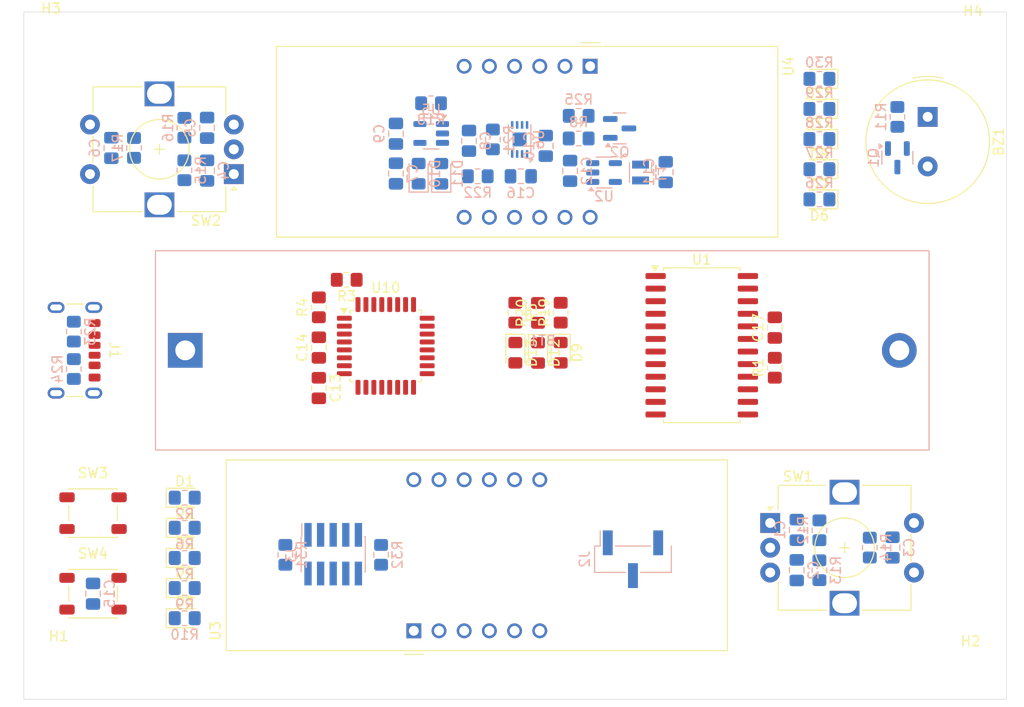
<source format=kicad_pcb>
(kicad_pcb (version 20240108) (generator "pcbnew") (generator_version "8.0")
  (layers (0 "F.Cu" signal) (31 "B.Cu" signal) (34 "B.Paste" user) (35 "F.Paste" user) (36 "B.SilkS" user "B.Silkscreen") (37 "F.SilkS" user "F.Silkscreen") (38 "B.Mask" user) (39 "F.Mask" user) (44 "Edge.Cuts" user))
  (net 0 "")
  (net 1 "/Power/VBAT")
  (net 2 "GND")
  (net 3 "VCC")
  (net 4 "Net-(BZ1--)")
  (net 5 "/Encoder1/A")
  (net 6 "/Encoder1/B")
  (net 7 "/Encoder1/BTN")
  (net 8 "/Encoder2/A")
  (net 9 "/Encoder2/B")
  (net 10 "/Encoder2/BTN")
  (net 11 "/Power/VIN")
  (net 12 "VBUS")
  (net 13 "Net-(U6-CELL)")
  (net 14 "/Controller/~{RST}")
  (net 15 "/Status1/Status.A")
  (net 16 "Net-(D1-K)")
  (net 17 "/Status1/Status.B")
  (net 18 "Net-(D2-K)")
  (net 19 "/Status1/Status.C")
  (net 20 "Net-(D3-K)")
  (net 21 "Net-(D4-K)")
  (net 22 "/Status1/Status.D")
  (net 23 "/Status1/Status.E")
  (net 24 "Net-(D5-K)")
  (net 25 "Net-(D6-K)")
  (net 26 "/Status2/Status.A")
  (net 27 "/Status2/Status.B")
  (net 28 "Net-(D7-K)")
  (net 29 "Net-(D8-K)")
  (net 30 "/Status2/Status.C")
  (net 31 "Net-(D9-K)")
  (net 32 "Net-(D12-K)")
  (net 33 "/Controller/Heartbeat")
  (net 34 "Net-(D13-K)")
  (net 35 "Net-(D14-K)")
  (net 36 "/Status2/Status.D")
  (net 37 "Net-(D15-K)")
  (net 38 "/Status2/Status.E")
  (net 39 "Net-(J1-CC1)")
  (net 42 "Net-(J1-CC2)")
  (net 45 "/Controller/UART1.RX")
  (net 46 "/Controller/UART1.TX")
  (net 48 "/Controller/Debug.SWDIO")
  (net 51 "/Controller/Debug.SWCLK")
  (net 52 "Net-(U2-SW)")
  (net 53 "Net-(Q1-B)")
  (net 54 "Net-(Q2-E)")
  (net 55 "/Controller/PWR_Ctrl")
  (net 56 "Net-(U1-ISET)")
  (net 57 "/Power/SCL")
  (net 58 "/Power/SDA")
  (net 59 "/Buzzer/Buzz")
  (net 60 "Net-(U5-PROG)")
  (net 61 "Net-(U5-STAT)")
  (net 62 "/Controller/PWR_OK")
  (net 67 "/Display/Data")
  (net 68 "/Display/SEG_B")
  (net 69 "/Display/SEG_E")
  (net 71 "/Display/SEG_D")
  (net 72 "/Display/Digit1_3")
  (net 73 "/Display/SEG_F")
  (net 74 "/Display/Digit2_4")
  (net 75 "/Display/Digit1_2")
  (net 76 "/Display/Digit1_4")
  (net 77 "/Display/CLK")
  (net 78 "/Display/Digit2_2")
  (net 79 "/Display/SEG_DP")
  (net 80 "/Display/SEG_A")
  (net 81 "/Display/Digit2_1")
  (net 82 "/Display/Digit1_1")
  (net 83 "/Display/SEG_G")
  (net 84 "/Display/Digit2_3")
  (net 85 "/Display/~{CS}")
  (net 86 "/Display/SEG_C")
  (net 87 "/Status2/B")
  (net 88 "/Status2/E")
  (net 89 "/Status1/A")
  (net 90 "/Status2/D")
  (net 91 "/Status1/C")
  (net 92 "/Status1/B")
  (net 93 "/Status1/E")
  (net 94 "/Status2/C")
  (net 95 "/Status2/A")
  (net 96 "/Status1/D")
  (footprint "LED_SMD:LED_0805_2012Metric_Pad1.15x1.40mm_HandSolder" (layer "F.Cu") (at 67.072 128.4135)
    (property "Reference" "D1" (at 0 -1.65 0) (layer "F.SilkS"))
    (property "Value" "A")
    (pad "1" smd roundrect (at -1.025 0) (size 1.15 1.4) (layers "F.Cu" "F.Paste" "F.Mask") (roundrect_rratio 0.217391) (net 16 "Net-(D1-K)"))
    (pad "2" smd roundrect (at 1.025 0) (size 1.15 1.4) (layers "F.Cu" "F.Paste" "F.Mask") (roundrect_rratio 0.217391) (net 15 "/Status1/Status.A"))
  )
  (footprint "Capacitor_SMD:C_0805_2012Metric_Pad1.18x1.45mm_HandSolder" (layer "F.Cu") (at 80.595 117.348 -90)
    (property "Reference" "C13" (at 0 -1.68 90) (layer "F.SilkS"))
    (property "Value" "C")
    (pad "1" smd roundrect (at -1.0375 0 270) (size 1.175 1.45) (layers "F.Cu" "F.Paste" "F.Mask") (roundrect_rratio 0.212766) (net 3 "VCC"))
    (pad "2" smd roundrect (at 1.0375 0 270) (size 1.175 1.45) (layers "F.Cu" "F.Paste" "F.Mask") (roundrect_rratio 0.212766) (net 2 "GND"))
  )
  (footprint "Connector_USB:USB_C_Receptacle_GCT_USB4125-xx-x_6P_TopMnt_Horizontal" (layer "F.Cu") (at 54.902 113.538 -90)
    (property "Reference" "J1" (at 0 -5.1 -90) (layer "F.SilkS"))
    (property "Value" "USBC")
    (pad "A5" smd roundrect (at -0.5 -3.08 270) (size 0.7 1.2) (layers "F.Cu" "F.Paste" "F.Mask") (net 39 "Net-(J1-CC1)"))
    (pad "A9" smd roundrect (at 1.52 -3.08 90) (size 0.76 1.2) (layers "F.Cu" "F.Paste" "F.Mask") (net 12 "VBUS"))
    (pad "A12" smd roundrect (at 2.75 -3.08 90) (size 0.8 1.2) (layers "F.Cu" "F.Paste" "F.Mask") (net 2 "GND"))
    (pad "B5" smd roundrect (at 0.5 -3.08 90) (size 0.7 1.2) (layers "F.Cu" "F.Paste" "F.Mask") (net 42 "Net-(J1-CC2)"))
    (pad "B9" smd roundrect (at -1.52 -3.08 270) (size 0.76 1.2) (layers "F.Cu" "F.Paste" "F.Mask") (net 12 "VBUS"))
    (pad "B12" smd roundrect (at -2.75 -3.08 270) (size 0.8 1.2) (layers "F.Cu" "F.Paste" "F.Mask") (net 2 "GND"))
    (pad "S1" thru_hole oval (at -4.32 -3 270) (size 1.1 1.7) (drill oval 0.6 1.2) (layers "*.Cu" "*.Mask" "F.Paste"))
    (pad "S1" thru_hole oval (at -4.32 0.8 270) (size 1.1 1.7) (drill oval 0.6 1.2) (layers "*.Cu" "*.Mask" "F.Paste"))
    (pad "S1" thru_hole oval (at 4.32 -3 270) (size 1.1 1.7) (drill oval 0.6 1.2) (layers "*.Cu" "*.Mask" "F.Paste"))
    (pad "S1" thru_hole oval (at 4.32 0.8 270) (size 1.1 1.7) (drill oval 0.6 1.2) (layers "*.Cu" "*.Mask" "F.Paste"))
  )
  (footprint "Display_7Segment:CC56-12GWA" (layer "F.Cu") (at 90.17 141.8435 90)
    (property "Reference" "U3" (at 0 -20 90) (layer "F.SilkS"))
    (property "Value" "CC56-12GWA")
    (pad "1" thru_hole rect (at 0 0 90) (size 1.5 1.5) (drill 1) (layers "*.Cu" "*.Mask") (net 69 "/Display/SEG_E"))
    (pad "2" thru_hole circle (at 0 2.54 90) (size 1.5 1.5) (drill 1) (layers "*.Cu" "*.Mask") (net 71 "/Display/SEG_D"))
    (pad "3" thru_hole circle (at 0 5.08 90) (size 1.5 1.5) (drill 1) (layers "*.Cu" "*.Mask") (net 79 "/Display/SEG_DP"))
    (pad "4" thru_hole circle (at 0 7.62 90) (size 1.5 1.5) (drill 1) (layers "*.Cu" "*.Mask") (net 86 "/Display/SEG_C"))
    (pad "5" thru_hole circle (at 0 10.16 90) (size 1.5 1.5) (drill 1) (layers "*.Cu" "*.Mask") (net 83 "/Display/SEG_G"))
    (pad "6" thru_hole circle (at 0 12.7 90) (size 1.5 1.5) (drill 1) (layers "*.Cu" "*.Mask") (net 76 "/Display/Digit1_4"))
    (pad "7" thru_hole circle (at 15.24 12.7 90) (size 1.5 1.5) (drill 1) (layers "*.Cu" "*.Mask") (net 68 "/Display/SEG_B"))
    (pad "8" thru_hole circle (at 15.24 10.16 90) (size 1.5 1.5) (drill 1) (layers "*.Cu" "*.Mask") (net 72 "/Display/Digit1_3"))
    (pad "9" thru_hole circle (at 15.24 7.62 90) (size 1.5 1.5) (drill 1) (layers "*.Cu" "*.Mask") (net 75 "/Display/Digit1_2"))
    (pad "10" thru_hole circle (at 15.24 5.08 90) (size 1.5 1.5) (drill 1) (layers "*.Cu" "*.Mask") (net 73 "/Display/SEG_F"))
    (pad "11" thru_hole circle (at 15.24 2.54 90) (size 1.5 1.5) (drill 1) (layers "*.Cu" "*.Mask") (net 80 "/Display/SEG_A"))
    (pad "12" thru_hole circle (at 15.24 0 90) (size 1.5 1.5) (drill 1) (layers "*.Cu" "*.Mask") (net 82 "/Display/Digit1_1"))
  )
  (footprint "Capacitor_SMD:C_0805_2012Metric_Pad1.18x1.45mm_HandSolder" (layer "F.Cu") (at 80.595 113.2625 90)
    (property "Reference" "C14" (at 0 -1.68 90) (layer "F.SilkS"))
    (property "Value" "C")
    (pad "1" smd roundrect (at -1.0375 0 90) (size 1.175 1.45) (layers "F.Cu" "F.Paste" "F.Mask") (roundrect_rratio 0.212766) (net 3 "VCC"))
    (pad "2" smd roundrect (at 1.0375 0 90) (size 1.175 1.45) (layers "F.Cu" "F.Paste" "F.Mask") (roundrect_rratio 0.212766) (net 2 "GND"))
  )
  (footprint "LED_SMD:LED_0805_2012Metric_Pad1.15x1.40mm_HandSolder" (layer "F.Cu") (at 67.072 134.4935)
    (property "Reference" "D3" (at 0 -1.65 0) (layer "F.SilkS"))
    (property "Value" "C")
    (pad "1" smd roundrect (at -1.025 0) (size 1.15 1.4) (layers "F.Cu" "F.Paste" "F.Mask") (roundrect_rratio 0.217391) (net 20 "Net-(D3-K)"))
    (pad "2" smd roundrect (at 1.025 0) (size 1.15 1.4) (layers "F.Cu" "F.Paste" "F.Mask") (roundrect_rratio 0.217391) (net 19 "/Status1/Status.C"))
  )
  (footprint "Resistor_SMD:R_0805_2012Metric_Pad1.20x1.40mm_HandSolder" (layer "F.Cu") (at 83.405 106.426 180)
    (property "Reference" "R3" (at 0 -1.65 360) (layer "F.SilkS"))
    (property "Value" "R")
    (pad "1" smd roundrect (at -1 0 180) (size 1.2 1.4) (layers "F.Cu" "F.Paste" "F.Mask") (roundrect_rratio 0.208333) (net 57 "/Power/SCL"))
    (pad "2" smd roundrect (at 1 0 180) (size 1.2 1.4) (layers "F.Cu" "F.Paste" "F.Mask") (roundrect_rratio 0.208333) (net 3 "VCC"))
  )
  (footprint "LED_SMD:LED_0805_2012Metric_Pad1.15x1.40mm_HandSolder" (layer "F.Cu") (at 102.693 113.801 -90)
    (property "Reference" "D12" (at 0 -1.65 90) (layer "F.SilkS"))
    (property "Value" "PWR")
    (pad "1" smd roundrect (at -1.025 0 270) (size 1.15 1.4) (layers "F.Cu" "F.Paste" "F.Mask") (roundrect_rratio 0.217391) (net 32 "Net-(D12-K)"))
    (pad "2" smd roundrect (at 1.025 0 270) (size 1.15 1.4) (layers "F.Cu" "F.Paste" "F.Mask") (roundrect_rratio 0.217391) (net 3 "VCC"))
  )
  (footprint "MountingHole:MountingHole_2.2mm_M2_DIN965" (layer "F.Cu") (at 53.594 81.9415)
    (property "Reference" "H3" (at 0 -2.9 0) (layer "F.SilkS"))
    (property "Value" "MountingHole")
    (pad "" np_thru_hole circle (at 0 0) (size 2.2 2.2) (drill 2.2) (layers "*.Cu" "*.Mask"))
  )
  (footprint "Resistor_SMD:R_0805_2012Metric_Pad1.20x1.40mm_HandSolder" (layer "F.Cu") (at 80.595 109.204 90)
    (property "Reference" "R4" (at 0 -1.65 90) (layer "F.SilkS"))
    (property "Value" "R")
    (pad "1" smd roundrect (at -1 0 90) (size 1.2 1.4) (layers "F.Cu" "F.Paste" "F.Mask") (roundrect_rratio 0.208333) (net 58 "/Power/SDA"))
    (pad "2" smd roundrect (at 1 0 90) (size 1.2 1.4) (layers "F.Cu" "F.Paste" "F.Mask") (roundrect_rratio 0.208333) (net 3 "VCC"))
  )
  (footprint "Buzzer_Beeper:Buzzer_TDK_PS1240P02BT_D12.2mm_H6.5mm" (layer "F.Cu") (at 141.986 89.984716 -90)
    (property "Reference" "BZ1" (at 2.5 -7.17 90) (layer "F.SilkS"))
    (property "Value" "Buzzer")
    (pad "1" thru_hole rect (at 0 0 270) (size 2 2) (drill 1) (layers "*.Cu" "*.Mask") (net 3 "VCC"))
    (pad "2" thru_hole circle (at 5 0 270) (size 2 2) (drill 1) (layers "*.Cu" "*.Mask") (net 4 "Net-(BZ1--)"))
  )
  (footprint "LED_SMD:LED_0805_2012Metric_Pad1.15x1.40mm_HandSolder" (layer "F.Cu") (at 131.064 86.148 180)
    (property "Reference" "D15" (at 0 -1.65 360) (layer "F.SilkS"))
    (property "Value" "E")
    (pad "1" smd roundrect (at -1.025 0 180) (size 1.15 1.4) (layers "F.Cu" "F.Paste" "F.Mask") (roundrect_rratio 0.217391) (net 37 "Net-(D15-K)"))
    (pad "2" smd roundrect (at 1.025 0 180) (size 1.15 1.4) (layers "F.Cu" "F.Paste" "F.Mask") (roundrect_rratio 0.217391) (net 38 "/Status2/Status.E"))
  )
  (footprint "Button_Switch_SMD:SW_SPST_PTS647_Sx38" (layer "F.Cu") (at 57.827 138.1)
    (property "Reference" "SW4" (at 0 -4.05 0) (layer "F.SilkS"))
    (property "Value" "RST")
    (pad "1" smd roundrect (at -2.625 -1.6) (size 1.55 1) (layers "F.Cu" "F.Paste" "F.Mask") (net 2 "GND"))
    (pad "1" smd roundrect (at 2.625 -1.6) (size 1.55 1) (layers "F.Cu" "F.Paste" "F.Mask") (net 2 "GND"))
    (pad "2" smd roundrect (at -2.625 1.6) (size 1.55 1) (layers "F.Cu" "F.Paste" "F.Mask") (net 14 "/Controller/~{RST}"))
    (pad "2" smd roundrect (at 2.625 1.6) (size 1.55 1) (layers "F.Cu" "F.Paste" "F.Mask") (net 14 "/Controller/~{RST}"))
  )
  (footprint "MountingHole:MountingHole_2.2mm_M2_DIN965" (layer "F.Cu") (at 146.304 145.796)
    (property "Reference" "H2" (at 0 -2.9 0) (layer "F.SilkS"))
    (property "Value" "MountingHole")
    (pad "" np_thru_hole circle (at 0 0) (size 2.2 2.2) (drill 2.2) (layers "*.Cu" "*.Mask"))
  )
  (footprint "LED_SMD:LED_0805_2012Metric_Pad1.15x1.40mm_HandSolder" (layer "F.Cu") (at 67.072 140.5735)
    (property "Reference" "D5" (at 0 -1.65 0) (layer "F.SilkS"))
    (property "Value" "E")
    (pad "1" smd roundrect (at -1.025 0) (size 1.15 1.4) (layers "F.Cu" "F.Paste" "F.Mask") (roundrect_rratio 0.217391) (net 24 "Net-(D5-K)"))
    (pad "2" smd roundrect (at 1.025 0) (size 1.15 1.4) (layers "F.Cu" "F.Paste" "F.Mask") (roundrect_rratio 0.217391) (net 23 "/Status1/Status.E"))
  )
  (footprint "Resistor_SMD:R_0805_2012Metric_Pad1.20x1.40mm_HandSolder" (layer "F.Cu") (at 102.693 109.762 90)
    (property "Reference" "R20" (at 0 -1.65 90) (layer "F.SilkS"))
    (property "Value" "R")
    (pad "1" smd roundrect (at -1 0 90) (size 1.2 1.4) (layers "F.Cu" "F.Paste" "F.Mask") (roundrect_rratio 0.208333) (net 32 "Net-(D12-K)"))
    (pad "2" smd roundrect (at 1 0 90) (size 1.2 1.4) (layers "F.Cu" "F.Paste" "F.Mask") (roundrect_rratio 0.208333) (net 2 "GND"))
  )
  (footprint "Package_QFP:LQFP-32_7x7mm_P0.8mm" (layer "F.Cu") (at 87.342 113.1)
    (property "Reference" "U10" (at 0 -5.88 0) (layer "F.SilkS"))
    (property "Value" "STM32C031K6Tx")
    (pad "1" smd roundrect (at -4.175 -2.8) (size 1.5 0.5) (layers "F.Cu" "F.Paste" "F.Mask") (net 58 "/Power/SDA"))
    (pad "2" smd roundrect (at -4.175 -2) (size 1.5 0.5) (layers "F.Cu" "F.Paste" "F.Mask") (net 93 "/Status1/E"))
    (pad "3" smd roundrect (at -4.175 -1.2) (size 1.5 0.5) (layers "F.Cu" "F.Paste" "F.Mask") (net 88 "/Status2/E"))
    (pad "4" smd roundrect (at -4.175 -0.4) (size 1.5 0.5) (layers "F.Cu" "F.Paste" "F.Mask") (net 3 "VCC"))
    (pad "5" smd roundrect (at -4.175 0.4) (size 1.5 0.5) (layers "F.Cu" "F.Paste" "F.Mask") (net 2 "GND"))
    (pad "6" smd roundrect (at -4.175 1.2) (size 1.5 0.5) (layers "F.Cu" "F.Paste" "F.Mask") (net 14 "/Controller/~{RST}"))
    (pad "7" smd roundrect (at -4.175 2) (size 1.5 0.5) (layers "F.Cu" "F.Paste" "F.Mask") (net 5 "/Encoder1/A"))
    (pad "8" smd roundrect (at -4.175 2.8) (size 1.5 0.5) (layers "F.Cu" "F.Paste" "F.Mask") (net 6 "/Encoder1/B"))
    (pad "9" smd roundrect (at -2.8 4.175) (size 0.5 1.5) (layers "F.Cu" "F.Paste" "F.Mask") (net 7 "/Encoder1/BTN"))
    (pad "10" smd roundrect (at -2 4.175) (size 0.5 1.5) (layers "F.Cu" "F.Paste" "F.Mask") (net 33 "/Controller/Heartbeat"))
    (pad "11" smd roundrect (at -1.2 4.175) (size 0.5 1.5) (layers "F.Cu" "F.Paste" "F.Mask") (net 89 "/Status1/A"))
    (pad "12" smd roundrect (at -0.4 4.175) (size 0.5 1.5) (layers "F.Cu" "F.Paste" "F.Mask") (net 92 "/Status1/B"))
    (pad "13" smd roundrect (at 0.4 4.175) (size 0.5 1.5) (layers "F.Cu" "F.Paste" "F.Mask") (net 91 "/Status1/C"))
    (pad "14" smd roundrect (at 1.2 4.175) (size 0.5 1.5) (layers "F.Cu" "F.Paste" "F.Mask") (net 96 "/Status1/D"))
    (pad "15" smd roundrect (at 2 4.175) (size 0.5 1.5) (layers "F.Cu" "F.Paste" "F.Mask") (net 8 "/Encoder2/A"))
    (pad "16" smd roundrect (at 2.8 4.175) (size 0.5 1.5) (layers "F.Cu" "F.Paste" "F.Mask") (net 9 "/Encoder2/B"))
    (pad "17" smd roundrect (at 4.175 2.8) (size 1.5 0.5) (layers "F.Cu" "F.Paste" "F.Mask") (net 10 "/Encoder2/BTN"))
    (pad "18" smd roundrect (at 4.175 2) (size 1.5 0.5) (layers "F.Cu" "F.Paste" "F.Mask") (net 59 "/Buzzer/Buzz"))
    (pad "19" smd roundrect (at 4.175 1.2) (size 1.5 0.5) (layers "F.Cu" "F.Paste" "F.Mask") (net 46 "/Controller/UART1.TX"))
    (pad "20" smd roundrect (at 4.175 0.4) (size 1.5 0.5) (layers "F.Cu" "F.Paste" "F.Mask") (net 55 "/Controller/PWR_Ctrl"))
    (pad "21" smd roundrect (at 4.175 -0.4) (size 1.5 0.5) (layers "F.Cu" "F.Paste" "F.Mask") (net 45 "/Controller/UART1.RX"))
    (pad "22" smd roundrect (at 4.175 -1.2) (size 1.5 0.5) (layers "F.Cu" "F.Paste" "F.Mask") (net 62 "/Controller/PWR_OK"))
    (pad "23" smd roundrect (at 4.175 -2) (size 1.5 0.5) (layers "F.Cu" "F.Paste" "F.Mask") (net 67 "/Display/Data"))
    (pad "24" smd roundrect (at 4.175 -2.8) (size 1.5 0.5) (layers "F.Cu" "F.Paste" "F.Mask") (net 48 "/Controller/Debug.SWDIO"))
    (pad "25" smd roundrect (at 2.8 -4.175) (size 0.5 1.5) (layers "F.Cu" "F.Paste" "F.Mask") (net 51 "/Controller/Debug.SWCLK"))
    (pad "26" smd roundrect (at 2 -4.175) (size 0.5 1.5) (layers "F.Cu" "F.Paste" "F.Mask") (net 85 "/Display/~{CS}"))
    (pad "27" smd roundrect (at 1.2 -4.175) (size 0.5 1.5) (layers "F.Cu" "F.Paste" "F.Mask") (net 77 "/Display/CLK"))
    (pad "28" smd roundrect (at 0.4 -4.175) (size 0.5 1.5) (layers "F.Cu" "F.Paste" "F.Mask") (net 95 "/Status2/A"))
    (pad "29" smd roundrect (at -0.4 -4.175) (size 0.5 1.5) (layers "F.Cu" "F.Paste" "F.Mask") (net 87 "/Status2/B"))
    (pad "30" smd roundrect (at -1.2 -4.175) (size 0.5 1.5) (layers "F.Cu" "F.Paste" "F.Mask") (net 94 "/Status2/C"))
    (pad "31" smd roundrect (at -2 -4.175) (size 0.5 1.5) (layers "F.Cu" "F.Paste" "F.Mask") (net 90 "/Status2/D"))
    (pad "32" smd roundrect (at -2.8 -4.175) (size 0.5 1.5) (layers "F.Cu" "F.Paste" "F.Mask") (net 57 "/Power/SCL"))
  )
  (footprint "Rotary_Encoder:RotaryEncoder_Alps_EC12E-Switch_Vertical_H20mm" (layer "F.Cu") (at 126.104 130.9615)
    (property "Reference" "SW1" (at 2.8 -4.7 0) (layer "F.SilkS"))
    (property "Value" "RotaryEncoder_Switch_MP")
    (pad "A" thru_hole rect (at 0 0) (size 2 2) (drill 1) (layers "*.Cu" "*.Mask") (net 5 "/Encoder1/A"))
    (pad "B" thru_hole circle (at 0 5) (size 2 2) (drill 1) (layers "*.Cu" "*.Mask") (net 6 "/Encoder1/B"))
    (pad "C" thru_hole circle (at 0 2.5) (size 2 2) (drill 1) (layers "*.Cu" "*.Mask") (net 3 "VCC"))
    (pad "MP" thru_hole rect (at 7.5 -3.1) (size 3 2.5) (drill oval 2.5 2) (layers "*.Cu" "*.Mask"))
    (pad "MP" thru_hole rect (at 7.5 8.1) (size 3 2.5) (drill oval 2.5 2) (layers "*.Cu" "*.Mask"))
    (pad "S1" thru_hole circle (at 14.5 0) (size 2 2) (drill 1) (layers "*.Cu" "*.Mask") (net 3 "VCC"))
    (pad "S2" thru_hole circle (at 14.5 5) (size 2 2) (drill 1) (layers "*.Cu" "*.Mask") (net 7 "/Encoder1/BTN"))
  )
  (footprint "Resistor_SMD:R_0805_2012Metric_Pad1.20x1.40mm_HandSolder" (layer "F.Cu") (at 126.569 115.3 90)
    (property "Reference" "R1" (at 0 -1.65 90) (layer "F.SilkS"))
    (property "Value" "R")
    (pad "1" smd roundrect (at -1 0 90) (size 1.2 1.4) (layers "F.Cu" "F.Paste" "F.Mask") (roundrect_rratio 0.208333) (net 56 "Net-(U1-ISET)"))
    (pad "2" smd roundrect (at 1 0 90) (size 1.2 1.4) (layers "F.Cu" "F.Paste" "F.Mask") (roundrect_rratio 0.208333) (net 3 "VCC"))
  )
  (footprint "LED_SMD:LED_0805_2012Metric_Pad1.15x1.40mm_HandSolder" (layer "F.Cu") (at 131.064 98.308 180)
    (property "Reference" "D6" (at 0 -1.65 360) (layer "F.SilkS"))
    (property "Value" "A")
    (pad "1" smd roundrect (at -1.025 0 180) (size 1.15 1.4) (layers "F.Cu" "F.Paste" "F.Mask") (roundrect_rratio 0.217391) (net 25 "Net-(D6-K)"))
    (pad "2" smd roundrect (at 1.025 0 180) (size 1.15 1.4) (layers "F.Cu" "F.Paste" "F.Mask") (roundrect_rratio 0.217391) (net 26 "/Status2/Status.A"))
  )
  (footprint "LED_SMD:LED_0805_2012Metric_Pad1.15x1.40mm_HandSolder" (layer "F.Cu") (at 131.064 89.188 180)
    (property "Reference" "D14" (at 0 -1.65 360) (layer "F.SilkS"))
    (property "Value" "D")
    (pad "1" smd roundrect (at -1.025 0 180) (size 1.15 1.4) (layers "F.Cu" "F.Paste" "F.Mask") (roundrect_rratio 0.217391) (net 35 "Net-(D14-K)"))
    (pad "2" smd roundrect (at 1.025 0 180) (size 1.15 1.4) (layers "F.Cu" "F.Paste" "F.Mask") (roundrect_rratio 0.217391) (net 36 "/Status2/Status.D"))
  )
  (footprint "MountingHole:MountingHole_2.2mm_M2_DIN965" (layer "F.Cu") (at 146.558 82.1955)
    (property "Reference" "H4" (at 0 -2.9 0) (layer "F.SilkS"))
    (property "Value" "MountingHole")
    (pad "" np_thru_hole circle (at 0 0) (size 2.2 2.2) (drill 2.2) (layers "*.Cu" "*.Mask"))
  )
  (footprint "Resistor_SMD:R_0805_2012Metric_Pad1.20x1.40mm_HandSolder" (layer "F.Cu") (at 100.407 109.744 -90)
    (property "Reference" "R5" (at 0 -1.65 90) (layer "F.SilkS"))
    (property "Value" "R")
    (pad "1" smd roundrect (at -1 0 270) (size 1.2 1.4) (layers "F.Cu" "F.Paste" "F.Mask") (roundrect_rratio 0.208333) (net 2 "GND"))
    (pad "2" smd roundrect (at 1 0 270) (size 1.2 1.4) (layers "F.Cu" "F.Paste" "F.Mask") (roundrect_rratio 0.208333) (net 34 "Net-(D13-K)"))
  )
  (footprint "LED_SMD:LED_0805_2012Metric_Pad1.15x1.40mm_HandSolder" (layer "F.Cu") (at 100.407 113.783 -90)
    (property "Reference" "D13" (at 0 -1.65 90) (layer "F.SilkS"))
    (property "Value" "Heartbeat")
    (pad "1" smd roundrect (at -1.025 0 270) (size 1.15 1.4) (layers "F.Cu" "F.Paste" "F.Mask") (roundrect_rratio 0.217391) (net 34 "Net-(D13-K)"))
    (pad "2" smd roundrect (at 1.025 0 270) (size 1.15 1.4) (layers "F.Cu" "F.Paste" "F.Mask") (roundrect_rratio 0.217391) (net 33 "/Controller/Heartbeat"))
  )
  (footprint "Display_7Segment:CC56-12GWA" (layer "F.Cu") (at 107.95 84.878 -90)
    (property "Reference" "U4" (at 0 -20 90) (layer "F.SilkS"))
    (property "Value" "CC56-12GWA")
    (pad "1" thru_hole rect (at 0 0 270) (size 1.5 1.5) (drill 1) (layers "*.Cu" "*.Mask") (net 69 "/Display/SEG_E"))
    (pad "2" thru_hole circle (at 0 2.54 270) (size 1.5 1.5) (drill 1) (layers "*.Cu" "*.Mask") (net 71 "/Display/SEG_D"))
    (pad "3" thru_hole circle (at 0 5.08 270) (size 1.5 1.5) (drill 1) (layers "*.Cu" "*.Mask") (net 79 "/Display/SEG_DP"))
    (pad "4" thru_hole circle (at 0 7.62 270) (size 1.5 1.5) (drill 1) (layers "*.Cu" "*.Mask") (net 86 "/Display/SEG_C"))
    (pad "5" thru_hole circle (at 0 10.16 270) (size 1.5 1.5) (drill 1) (layers "*.Cu" "*.Mask") (net 83 "/Display/SEG_G"))
    (pad "6" thru_hole circle (at 0 12.7 270) (size 1.5 1.5) (drill 1) (layers "*.Cu" "*.Mask") (net 74 "/Display/Digit2_4"))
    (pad "7" thru_hole circle (at 15.24 12.7 270) (size 1.5 1.5) (drill 1) (layers "*.Cu" "*.Mask") (net 68 "/Display/SEG_B"))
    (pad "8" thru_hole circle (at 15.24 10.16 270) (size 1.5 1.5) (drill 1) (layers "*.Cu" "*.Mask") (net 84 "/Display/Digit2_3"))
    (pad "9" thru_hole circle (at 15.24 7.62 270) (size 1.5 1.5) (drill 1) (layers "*.Cu" "*.Mask") (net 78 "/Display/Digit2_2"))
    (pad "10" thru_hole circle (at 15.24 5.08 270) (size 1.5 1.5) (drill 1) (layers "*.Cu" "*.Mask") (net 73 "/Display/SEG_F"))
    (pad "11" thru_hole circle (at 15.24 2.54 270) (size 1.5 1.5) (drill 1) (layers "*.Cu" "*.Mask") (net 80 "/Display/SEG_A"))
    (pad "12" thru_hole circle (at 15.24 0 270) (size 1.5 1.5) (drill 1) (layers "*.Cu" "*.Mask") (net 81 "/Display/Digit2_1"))
  )
  (footprint "Button_Switch_SMD:SW_SPST_PTS647_Sx38" (layer "F.Cu") (at 57.827 129.972)
    (property "Reference" "SW3" (at 0 -4.05 360) (layer "F.SilkS"))
    (property "Value" "PWR_ON")
    (pad "1" smd roundrect (at -2.625 -1.6) (size 1.55 1) (layers "F.Cu" "F.Paste" "F.Mask") (net 54 "Net-(Q2-E)"))
    (pad "1" smd roundrect (at 2.625 -1.6) (size 1.55 1) (layers "F.Cu" "F.Paste" "F.Mask") (net 54 "Net-(Q2-E)"))
    (pad "2" smd roundrect (at -2.625 1.6) (size 1.55 1) (layers "F.Cu" "F.Paste" "F.Mask") (net 11 "/Power/VIN"))
    (pad "2" smd roundrect (at 2.625 1.6) (size 1.55 1) (layers "F.Cu" "F.Paste" "F.Mask") (net 11 "/Power/VIN"))
  )
  (footprint "Rotary_Encoder:RotaryEncoder_Alps_EC12E-Switch_Vertical_H20mm" (layer "F.Cu") (at 72.02 95.76 180)
    (property "Reference" "SW2" (at 2.8 -4.7 360) (layer "F.SilkS"))
    (property "Value" "RotaryEncoder_Switch_MP")
    (pad "A" thru_hole rect (at 0 0 180) (size 2 2) (drill 1) (layers "*.Cu" "*.Mask") (net 8 "/Encoder2/A"))
    (pad "B" thru_hole circle (at 0 5 180) (size 2 2) (drill 1) (layers "*.Cu" "*.Mask") (net 9 "/Encoder2/B"))
    (pad "C" thru_hole circle (at 0 2.5 180) (size 2 2) (drill 1) (layers "*.Cu" "*.Mask") (net 3 "VCC"))
    (pad "MP" thru_hole rect (at 7.5 -3.1 180) (size 3 2.5) (drill oval 2.5 2) (layers "*.Cu" "*.Mask"))
    (pad "MP" thru_hole rect (at 7.5 8.1 180) (size 3 2.5) (drill oval 2.5 2) (layers "*.Cu" "*.Mask"))
    (pad "S1" thru_hole circle (at 14.5 0 180) (size 2 2) (drill 1) (layers "*.Cu" "*.Mask") (net 3 "VCC"))
    (pad "S2" thru_hole circle (at 14.5 5 180) (size 2 2) (drill 1) (layers "*.Cu" "*.Mask") (net 10 "/Encoder2/BTN"))
  )
  (footprint "Capacitor_SMD:C_0805_2012Metric_Pad1.18x1.45mm_HandSolder" (layer "F.Cu") (at 126.569 111.252 90)
    (property "Reference" "C17" (at 0 -1.68 90) (layer "F.SilkS"))
    (property "Value" "C")
    (pad "1" smd roundrect (at -1.0375 0 90) (size 1.175 1.45) (layers "F.Cu" "F.Paste" "F.Mask") (roundrect_rratio 0.212766) (net 3 "VCC"))
    (pad "2" smd roundrect (at 1.0375 0 90) (size 1.175 1.45) (layers "F.Cu" "F.Paste" "F.Mask") (roundrect_rratio 0.212766) (net 2 "GND"))
  )
  (footprint "LED_SMD:LED_0805_2012Metric_Pad1.15x1.40mm_HandSolder" (layer "F.Cu") (at 104.979 113.783 -90)
    (property "Reference" "D9" (at 0 -1.65 90) (layer "F.SilkS"))
    (property "Value" "Charging")
    (pad "1" smd roundrect (at -1.025 0 270) (size 1.15 1.4) (layers "F.Cu" "F.Paste" "F.Mask") (roundrect_rratio 0.217391) (net 31 "Net-(D9-K)"))
    (pad "2" smd roundrect (at 1.025 0 270) (size 1.15 1.4) (layers "F.Cu" "F.Paste" "F.Mask") (roundrect_rratio 0.217391) (net 11 "/Power/VIN"))
  )
  (footprint "LED_SMD:LED_0805_2012Metric_Pad1.15x1.40mm_HandSolder" (layer "F.Cu") (at 67.072 131.4535)
    (property "Reference" "D2" (at 0 -1.65 0) (layer "F.SilkS"))
    (property "Value" "B")
    (pad "1" smd roundrect (at -1.025 0) (size 1.15 1.4) (layers "F.Cu" "F.Paste" "F.Mask") (roundrect_rratio 0.217391) (net 18 "Net-(D2-K)"))
    (pad "2" smd roundrect (at 1.025 0) (size 1.15 1.4) (layers "F.Cu" "F.Paste" "F.Mask") (roundrect_rratio 0.217391) (net 17 "/Status1/Status.B"))
  )
  (footprint "LED_SMD:LED_0805_2012Metric_Pad1.15x1.40mm_HandSolder" (layer "F.Cu") (at 131.064 92.228 180)
    (property "Reference" "D8" (at 0 -1.65 360) (layer "F.SilkS"))
    (property "Value" "C")
    (pad "1" smd roundrect (at -1.025 0 180) (size 1.15 1.4) (layers "F.Cu" "F.Paste" "F.Mask") (roundrect_rratio 0.217391) (net 29 "Net-(D8-K)"))
    (pad "2" smd roundrect (at 1.025 0 180) (size 1.15 1.4) (layers "F.Cu" "F.Paste" "F.Mask") (roundrect_rratio 0.217391) (net 30 "/Status2/Status.C"))
  )
  (footprint "LED_SMD:LED_0805_2012Metric_Pad1.15x1.40mm_HandSolder" (layer "F.Cu") (at 67.072 137.5335)
    (property "Reference" "D4" (at 0 -1.65 0) (layer "F.SilkS"))
    (property "Value" "D")
    (pad "1" smd roundrect (at -1.025 0) (size 1.15 1.4) (layers "F.Cu" "F.Paste" "F.Mask") (roundrect_rratio 0.217391) (net 21 "Net-(D4-K)"))
    (pad "2" smd roundrect (at 1.025 0) (size 1.15 1.4) (layers "F.Cu" "F.Paste" "F.Mask") (roundrect_rratio 0.217391) (net 22 "/Status1/Status.D"))
  )
  (footprint "Package_SO:SOIC-24W_7.5x15.4mm_P1.27mm" (layer "F.Cu") (at 119.203 113.03)
    (property "Reference" "U1" (at 0 -8.65 0) (layer "F.SilkS"))
    (property "Value" "MAX7221xWG")
    (pad "1" smd roundrect (at -4.65 -6.985) (size 2.05 0.6) (layers "F.Cu" "F.Paste" "F.Mask") (net 67 "/Display/Data"))
    (pad "2" smd roundrect (at -4.65 -5.715) (size 2.05 0.6) (layers "F.Cu" "F.Paste" "F.Mask") (net 82 "/Display/Digit1_1"))
    (pad "3" smd roundrect (at -4.65 -4.445) (size 2.05 0.6) (layers "F.Cu" "F.Paste" "F.Mask") (net 81 "/Display/Digit2_1"))
    (pad "4" smd roundrect (at -4.65 -3.175) (size 2.05 0.6) (layers "F.Cu" "F.Paste" "F.Mask") (net 2 "GND"))
    (pad "5" smd roundrect (at -4.65 -1.905) (size 2.05 0.6) (layers "F.Cu" "F.Paste" "F.Mask") (net 84 "/Display/Digit2_3"))
    (pad "6" smd roundrect (at -4.65 -0.635) (size 2.05 0.6) (layers "F.Cu" "F.Paste" "F.Mask") (net 72 "/Display/Digit1_3"))
    (pad "7" smd roundrect (at -4.65 0.635) (size 2.05 0.6) (layers "F.Cu" "F.Paste" "F.Mask") (net 76 "/Display/Digit1_4"))
    (pad "8" smd roundrect (at -4.65 1.905) (size 2.05 0.6) (layers "F.Cu" "F.Paste" "F.Mask") (net 74 "/Display/Digit2_4"))
    (pad "9" smd roundrect (at -4.65 3.175) (size 2.05 0.6) (layers "F.Cu" "F.Paste" "F.Mask") (net 2 "GND"))
    (pad "10" smd roundrect (at -4.65 4.445) (size 2.05 0.6) (layers "F.Cu" "F.Paste" "F.Mask") (net 78 "/Display/Digit2_2"))
    (pad "11" smd roundrect (at -4.65 5.715) (size 2.05 0.6) (layers "F.Cu" "F.Paste" "F.Mask") (net 75 "/Display/Digit1_2"))
    (pad "12" smd roundrect (at -4.65 6.985) (size 2.05 0.6) (layers "F.Cu" "F.Paste" "F.Mask") (net 85 "/Display/~{CS}"))
    (pad "13" smd roundrect (at 4.65 6.985) (size 2.05 0.6) (layers "F.Cu" "F.Paste" "F.Mask") (net 77 "/Display/CLK"))
    (pad "14" smd roundrect (at 4.65 5.715) (size 2.05 0.6) (layers "F.Cu" "F.Paste" "F.Mask") (net 80 "/Display/SEG_A"))
    (pad "15" smd roundrect (at 4.65 4.445) (size 2.05 0.6) (layers "F.Cu" "F.Paste" "F.Mask") (net 73 "/Display/SEG_F"))
    (pad "16" smd roundrect (at 4.65 3.175) (size 2.05 0.6) (layers "F.Cu" "F.Paste" "F.Mask") (net 68 "/Display/SEG_B"))
    (pad "17" smd roundrect (at 4.65 1.905) (size 2.05 0.6) (layers "F.Cu" "F.Paste" "F.Mask") (net 83 "/Display/SEG_G"))
    (pad "18" smd roundrect (at 4.65 0.635) (size 2.05 0.6) (layers "F.Cu" "F.Paste" "F.Mask") (net 56 "Net-(U1-ISET)"))
    (pad "19" smd roundrect (at 4.65 -0.635) (size 2.05 0.6) (layers "F.Cu" "F.Paste" "F.Mask") (net 3 "VCC"))
    (pad "20" smd roundrect (at 4.65 -1.905) (size 2.05 0.6) (layers "F.Cu" "F.Paste" "F.Mask") (net 86 "/Display/SEG_C"))
    (pad "21" smd roundrect (at 4.65 -3.175) (size 2.05 0.6) (layers "F.Cu" "F.Paste" "F.Mask") (net 69 "/Display/SEG_E"))
    (pad "22" smd roundrect (at 4.65 -4.445) (size 2.05 0.6) (layers "F.Cu" "F.Paste" "F.Mask") (net 79 "/Display/SEG_DP"))
    (pad "23" smd roundrect (at 4.65 -5.715) (size 2.05 0.6) (layers "F.Cu" "F.Paste" "F.Mask") (net 71 "/Display/SEG_D"))
    (pad "24" smd roundrect (at 4.65 -6.985) (size 2.05 0.6) (layers "F.Cu" "F.Paste" "F.Mask"))
  )
  (footprint "LED_SMD:LED_0805_2012Metric_Pad1.15x1.40mm_HandSolder" (layer "F.Cu") (at 131.064 95.268 180)
    (property "Reference" "D7" (at 0 -1.65 360) (layer "F.SilkS"))
    (property "Value" "B")
    (pad "1" smd roundrect (at -1.025 0 180) (size 1.15 1.4) (layers "F.Cu" "F.Paste" "F.Mask") (roundrect_rratio 0.217391) (net 28 "Net-(D7-K)"))
    (pad "2" smd roundrect (at 1.025 0 180) (size 1.15 1.4) (layers "F.Cu" "F.Paste" "F.Mask") (roundrect_rratio 0.217391) (net 27 "/Status2/Status.B"))
  )
  (footprint "Resistor_SMD:R_0805_2012Metric_Pad1.20x1.40mm_HandSolder" (layer "F.Cu") (at 104.979 109.744 90)
    (property "Reference" "R19" (at 0 -1.65 90) (layer "F.SilkS"))
    (property "Value" "R")
    (pad "1" smd roundrect (at -1 0 90) (size 1.2 1.4) (layers "F.Cu" "F.Paste" "F.Mask") (roundrect_rratio 0.208333) (net 31 "Net-(D9-K)"))
    (pad "2" smd roundrect (at 1 0 90) (size 1.2 1.4) (layers "F.Cu" "F.Paste" "F.Mask") (roundrect_rratio 0.208333) (net 61 "Net-(U5-STAT)"))
  )
  (footprint "MountingHole:MountingHole_2.2mm_M2_DIN965" (layer "F.Cu") (at 54.356 145.288)
    (property "Reference" "H1" (at 0 -2.9 0) (layer "F.SilkS"))
    (property "Value" "MountingHole")
    (pad "" np_thru_hole circle (at 0 0) (size 2.2 2.2) (drill 2.2) (layers "*.Cu" "*.Mask"))
  )
  (footprint "Resistor_SMD:R_0805_2012Metric_Pad1.20x1.40mm_HandSolder" (layer "B.Cu") (at 131.068 135.7315 90)
    (property "Reference" "R13" (at 0 1.65 90) (layer "B.SilkS") (effects (justify mirror)))
    (property "Value" "R")
    (pad "1" smd roundrect (at -1 0 90) (size 1.2 1.4) (layers "B.Cu" "B.Paste" "B.Mask") (roundrect_rratio 0.208333) (net 6 "/Encoder1/B"))
    (pad "2" smd roundrect (at 1 0 90) (size 1.2 1.4) (layers "B.Cu" "B.Paste" "B.Mask") (roundrect_rratio 0.208333) (net 2 "GND"))
  )
  (footprint "Capacitor_SMD:C_0805_2012Metric_Pad1.18x1.45mm_HandSolder" (layer "B.Cu") (at 115.57 95.557 -90)
    (property "Reference" "C11" (at 0 1.68 90) (layer "B.SilkS") (effects (justify mirror)))
    (property "Value" "C")
    (pad "1" smd roundrect (at -1.0375 0 270) (size 1.175 1.45) (layers "B.Cu" "B.Paste" "B.Mask") (roundrect_rratio 0.212766) (net 3 "VCC"))
    (pad "2" smd roundrect (at 1.0375 0 270) (size 1.175 1.45) (layers "B.Cu" "B.Paste" "B.Mask") (roundrect_rratio 0.212766) (net 2 "GND"))
  )
  (footprint "Resistor_SMD:R_0805_2012Metric_Pad1.20x1.40mm_HandSolder" (layer "B.Cu") (at 106.793 89.8815 180)
    (property "Reference" "R25" (at 0 1.65 360) (layer "B.SilkS") (effects (justify mirror)))
    (property "Value" "R")
    (pad "1" smd roundrect (at -1 0 180) (size 1.2 1.4) (layers "B.Cu" "B.Paste" "B.Mask") (roundrect_rratio 0.208333) (net 54 "Net-(Q2-E)"))
    (pad "2" smd roundrect (at 1 0 180) (size 1.2 1.4) (layers "B.Cu" "B.Paste" "B.Mask") (roundrect_rratio 0.208333) (net 2 "GND"))
  )
  (footprint "Capacitor_SMD:C_0805_2012Metric_Pad1.18x1.45mm_HandSolder" (layer "B.Cu") (at 138.434 133.44 90)
    (property "Reference" "C3" (at 0 1.68 90) (layer "B.SilkS") (effects (justify mirror)))
    (property "Value" "C")
    (pad "1" smd roundrect (at -1.0375 0 90) (size 1.175 1.45) (layers "B.Cu" "B.Paste" "B.Mask") (roundrect_rratio 0.212766) (net 7 "/Encoder1/BTN"))
    (pad "2" smd roundrect (at 1.0375 0 90) (size 1.175 1.45) (layers "B.Cu" "B.Paste" "B.Mask") (roundrect_rratio 0.212766) (net 2 "GND"))
  )
  (footprint "Resistor_SMD:R_0805_2012Metric_Pad1.20x1.40mm_HandSolder" (layer "B.Cu") (at 138.93 89.988285 -90)
    (property "Reference" "R11" (at 0 1.65 90) (layer "B.SilkS") (effects (justify mirror)))
    (property "Value" "R")
    (pad "1" smd roundrect (at -1 0 270) (size 1.2 1.4) (layers "B.Cu" "B.Paste" "B.Mask") (roundrect_rratio 0.208333) (net 59 "/Buzzer/Buzz"))
    (pad "2" smd roundrect (at 1 0 270) (size 1.2 1.4) (layers "B.Cu" "B.Paste" "B.Mask") (roundrect_rratio 0.208333) (net 53 "Net-(Q1-B)"))
  )
  (footprint "Resistor_SMD:R_0805_2012Metric_Pad1.20x1.40mm_HandSolder" (layer "B.Cu") (at 67.072 137.5335)
    (property "Reference" "R9" (at 0 1.65 360) (layer "B.SilkS") (effects (justify mirror)))
    (property "Value" "R")
    (pad "1" smd roundrect (at -1 0) (size 1.2 1.4) (layers "B.Cu" "B.Paste" "B.Mask") (roundrect_rratio 0.208333) (net 21 "Net-(D4-K)"))
    (pad "2" smd roundrect (at 1 0) (size 1.2 1.4) (layers "B.Cu" "B.Paste" "B.Mask") (roundrect_rratio 0.208333) (net 2 "GND"))
  )
  (footprint "Capacitor_SMD:C_0805_2012Metric_Pad1.18x1.45mm_HandSolder" (layer "B.Cu") (at 57.827 138.1 90)
    (property "Reference" "C15" (at 0 1.68 90) (layer "B.SilkS") (effects (justify mirror)))
    (property "Value" "C")
    (pad "1" smd roundrect (at -1.0375 0 90) (size 1.175 1.45) (layers "B.Cu" "B.Paste" "B.Mask") (roundrect_rratio 0.212766) (net 14 "/Controller/~{RST}"))
    (pad "2" smd roundrect (at 1.0375 0 90) (size 1.175 1.45) (layers "B.Cu" "B.Paste" "B.Mask") (roundrect_rratio 0.212766) (net 2 "GND"))
  )
  (footprint "Resistor_SMD:R_0805_2012Metric_Pad1.20x1.40mm_HandSolder" (layer "B.Cu") (at 61.9585 93.118 -90)
    (property "Reference" "R17" (at 0 1.65 90) (layer "B.SilkS") (effects (justify mirror)))
    (property "Value" "R")
    (pad "1" smd roundrect (at -1 0 270) (size 1.2 1.4) (layers "B.Cu" "B.Paste" "B.Mask") (roundrect_rratio 0.208333) (net 10 "/Encoder2/BTN"))
    (pad "2" smd roundrect (at 1 0 270) (size 1.2 1.4) (layers "B.Cu" "B.Paste" "B.Mask") (roundrect_rratio 0.208333) (net 2 "GND"))
  )
  (footprint "Resistor_SMD:R_0805_2012Metric_Pad1.20x1.40mm_HandSolder" (layer "B.Cu") (at 131.064 89.188 180)
    (property "Reference" "R29" (at 0 1.65 360) (layer "B.SilkS") (effects (justify mirror)))
    (property "Value" "R")
    (pad "1" smd roundrect (at -1 0 180) (size 1.2 1.4) (layers "B.Cu" "B.Paste" "B.Mask") (roundrect_rratio 0.208333) (net 35 "Net-(D14-K)"))
    (pad "2" smd roundrect (at 1 0 180) (size 1.2 1.4) (layers "B.Cu" "B.Paste" "B.Mask") (roundrect_rratio 0.208333) (net 2 "GND"))
  )
  (footprint "Resistor_SMD:R_0805_2012Metric_Pad1.20x1.40mm_HandSolder" (layer "B.Cu") (at 67.0385 95.372 90)
    (property "Reference" "R15" (at 0 1.65 90) (layer "B.SilkS") (effects (justify mirror)))
    (property "Value" "R")
    (pad "1" smd roundrect (at -1 0 90) (size 1.2 1.4) (layers "B.Cu" "B.Paste" "B.Mask") (roundrect_rratio 0.208333) (net 8 "/Encoder2/A"))
    (pad "2" smd roundrect (at 1 0 90) (size 1.2 1.4) (layers "B.Cu" "B.Paste" "B.Mask") (roundrect_rratio 0.208333) (net 2 "GND"))
  )
  (footprint "Resistor_SMD:R_0805_2012Metric_Pad1.20x1.40mm_HandSolder" (layer "B.Cu") (at 131.068 131.6995 -90)
    (property "Reference" "R12" (at 0 1.65 90) (layer "B.SilkS") (effects (justify mirror)))
    (property "Value" "R")
    (pad "1" smd roundrect (at -1 0 270) (size 1.2 1.4) (layers "B.Cu" "B.Paste" "B.Mask") (roundrect_rratio 0.208333) (net 5 "/Encoder1/A"))
    (pad "2" smd roundrect (at 1 0 270) (size 1.2 1.4) (layers "B.Cu" "B.Paste" "B.Mask") (roundrect_rratio 0.208333) (net 2 "GND"))
  )
  (footprint "Capacitor_SMD:C_0805_2012Metric_Pad1.18x1.45mm_HandSolder" (layer "B.Cu") (at 95.7335 92.4 90)
    (property "Reference" "C8" (at 0 1.68 90) (layer "B.SilkS") (effects (justify mirror)))
    (property "Value" "C")
    (pad "1" smd roundrect (at -1.0375 0 90) (size 1.175 1.45) (layers "B.Cu" "B.Paste" "B.Mask") (roundrect_rratio 0.212766) (net 1 "/Power/VBAT"))
    (pad "2" smd roundrect (at 1.0375 0 90) (size 1.175 1.45) (layers "B.Cu" "B.Paste" "B.Mask") (roundrect_rratio 0.212766) (net 2 "GND"))
  )
  (footprint "Resistor_SMD:R_0805_2012Metric_Pad1.20x1.40mm_HandSolder" (layer "B.Cu") (at 98.141 92.2635 90)
    (property "Reference" "R21" (at 0 1.65 90) (layer "B.SilkS") (effects (justify mirror)))
    (property "Value" "R")
    (pad "1" smd roundrect (at -1 0 90) (size 1.2 1.4) (layers "B.Cu" "B.Paste" "B.Mask") (roundrect_rratio 0.208333) (net 3 "VCC"))
    (pad "2" smd roundrect (at 1 0 90) (size 1.2 1.4) (layers "B.Cu" "B.Paste" "B.Mask") (roundrect_rratio 0.208333) (net 62 "/Controller/PWR_OK"))
  )
  (footprint "Capacitor_SMD:C_0805_2012Metric_Pad1.18x1.45mm_HandSolder" (layer "B.Cu") (at 100.9565 95.9775)
    (property "Reference" "C16" (at 0 1.68 360) (layer "B.SilkS") (effects (justify mirror)))
    (property "Value" "C")
    (pad "1" smd roundrect (at -1.0375 0) (size 1.175 1.45) (layers "B.Cu" "B.Paste" "B.Mask") (roundrect_rratio 0.212766) (net 3 "VCC"))
    (pad "2" smd roundrect (at 1.0375 0) (size 1.175 1.45) (layers "B.Cu" "B.Paste" "B.Mask") (roundrect_rratio 0.212766) (net 2 "GND"))
  )
  (footprint "Resistor_SMD:R_0805_2012Metric_Pad1.20x1.40mm_HandSolder" (layer "B.Cu") (at 131.064 95.268 180)
    (property "Reference" "R27" (at 0 1.65 360) (layer "B.SilkS") (effects (justify mirror)))
    (property "Value" "R")
    (pad "1" smd roundrect (at -1 0 180) (size 1.2 1.4) (layers "B.Cu" "B.Paste" "B.Mask") (roundrect_rratio 0.208333) (net 28 "Net-(D7-K)"))
    (pad "2" smd roundrect (at 1 0 180) (size 1.2 1.4) (layers "B.Cu" "B.Paste" "B.Mask") (roundrect_rratio 0.208333) (net 2 "GND"))
  )
  (footprint "Resistor_SMD:R_0805_2012Metric_Pad1.20x1.40mm_HandSolder" (layer "B.Cu") (at 106.793 92.1675 180)
    (property "Reference" "R8" (at 0 1.65 360) (layer "B.SilkS") (effects (justify mirror)))
    (property "Value" "R")
    (pad "1" smd roundrect (at -1 0 180) (size 1.2 1.4) (layers "B.Cu" "B.Paste" "B.Mask") (roundrect_rratio 0.208333) (net 55 "/Controller/PWR_Ctrl"))
    (pad "2" smd roundrect (at 1 0 180) (size 1.2 1.4) (layers "B.Cu" "B.Paste" "B.Mask") (roundrect_rratio 0.208333) (net 2 "GND"))
  )
  (footprint "Resistor_SMD:R_0805_2012Metric_Pad1.20x1.40mm_HandSolder" (layer "B.Cu") (at 131.064 92.228 180)
    (property "Reference" "R28" (at 0 1.65 360) (layer "B.SilkS") (effects (justify mirror)))
    (property "Value" "R")
    (pad "1" smd roundrect (at -1 0 180) (size 1.2 1.4) (layers "B.Cu" "B.Paste" "B.Mask") (roundrect_rratio 0.208333) (net 29 "Net-(D8-K)"))
    (pad "2" smd roundrect (at 1 0 180) (size 1.2 1.4) (layers "B.Cu" "B.Paste" "B.Mask") (roundrect_rratio 0.208333) (net 2 "GND"))
  )
  (footprint "Diode_SMD:D_0805_2012Metric_Pad1.15x1.40mm_HandSolder" (layer "B.Cu") (at 92.9395 95.7235 90)
    (property "Reference" "D11" (at 0 1.65 90) (layer "B.SilkS") (effects (justify mirror)))
    (property "Value" "D")
    (pad "1" smd roundrect (at -1.025 0 90) (size 1.15 1.4) (layers "B.Cu" "B.Paste" "B.Mask") (roundrect_rratio 0.217391) (net 11 "/Power/VIN"))
    (pad "2" smd roundrect (at 1.025 0 90) (size 1.15 1.4) (layers "B.Cu" "B.Paste" "B.Mask") (roundrect_rratio 0.217391) (net 1 "/Power/VBAT"))
  )
  (footprint "Resistor_SMD:R_0805_2012Metric_Pad1.20x1.40mm_HandSolder" (layer "B.Cu") (at 131.064 86.148 180)
    (property "Reference" "R30" (at 0 1.65 360) (layer "B.SilkS") (effects (justify mirror)))
    (property "Value" "R")
    (pad "1" smd roundrect (at -1 0 180) (size 1.2 1.4) (layers "B.Cu" "B.Paste" "B.Mask") (roundrect_rratio 0.208333) (net 37 "Net-(D15-K)"))
    (pad "2" smd roundrect (at 1 0 180) (size 1.2 1.4) (layers "B.Cu" "B.Paste" "B.Mask") (roundrect_rratio 0.208333) (net 2 "GND"))
  )
  (footprint "Connector_PinHeader_2.54mm:PinHeader_1x03_P2.54mm_Vertical_SMD_Pin1Left" (layer "B.Cu") (at 112.268 134.62 -90)
    (property "Reference" "J2" (at 0 4.87 90) (layer "B.SilkS") (effects (justify mirror)))
    (property "Value" "UART")
    (pad "1" smd rect (at -1.655 2.54 270) (size 2.51 1) (layers "B.Cu" "B.Paste" "B.Mask") (net 45 "/Controller/UART1.RX"))
    (pad "2" smd rect (at 1.655 0 270) (size 2.51 1) (layers "B.Cu" "B.Paste" "B.Mask") (net 46 "/Controller/UART1.TX"))
    (pad "3" smd rect (at -1.655 -2.54 270) (size 2.51 1) (layers "B.Cu" "B.Paste" "B.Mask") (net 2 "GND"))
  )
  (footprint "Resistor_SMD:R_0805_2012Metric_Pad1.20x1.40mm_HandSolder" (layer "B.Cu") (at 136.148 133.4455 90)
    (property "Reference" "R14" (at 0 1.65 90) (layer "B.SilkS") (effects (justify mirror)))
    (property "Value" "R")
    (pad "1" smd roundrect (at -1 0 90) (size 1.2 1.4) (layers "B.Cu" "B.Paste" "B.Mask") (roundrect_rratio 0.208333) (net 7 "/Encoder1/BTN"))
    (pad "2" smd roundrect (at 1 0 90) (size 1.2 1.4) (layers "B.Cu" "B.Paste" "B.Mask") (roundrect_rratio 0.208333) (net 2 "GND"))
  )
  (footprint "Resistor_SMD:R_0805_2012Metric_Pad1.20x1.40mm_HandSolder" (layer "B.Cu") (at 67.072 134.4935)
    (property "Reference" "R7" (at 0 1.65 360) (layer "B.SilkS") (effects (justify mirror)))
    (property "Value" "R")
    (pad "1" smd roundrect (at -1 0) (size 1.2 1.4) (layers "B.Cu" "B.Paste" "B.Mask") (roundrect_rratio 0.208333) (net 20 "Net-(D3-K)"))
    (pad "2" smd roundrect (at 1 0) (size 1.2 1.4) (layers "B.Cu" "B.Paste" "B.Mask") (roundrect_rratio 0.208333) (net 2 "GND"))
  )
  (footprint "Capacitor_SMD:C_0805_2012Metric_Pad1.18x1.45mm_HandSolder" (layer "B.Cu") (at 103.475 92.908 -90)
    (property "Reference" "C10" (at 0 1.68 90) (layer "B.SilkS") (effects (justify mirror)))
    (property "Value" "C")
    (pad "1" smd roundrect (at -1.0375 0 270) (size 1.175 1.45) (layers "B.Cu" "B.Paste" "B.Mask") (roundrect_rratio 0.212766) (net 13 "Net-(U6-CELL)"))
    (pad "2" smd roundrect (at 1.0375 0 270) (size 1.175 1.45) (layers "B.Cu" "B.Paste" "B.Mask") (roundrect_rratio 0.212766) (net 2 "GND"))
  )
  (footprint "Connector_PinHeader_1.27mm:PinHeader_2x05_P1.27mm_Vertical_SMD" (layer "B.Cu") (at 82.042 134.112 -90)
    (property "Reference" "J3" (at 0 4.235 90) (layer "B.SilkS") (effects (justify mirror)))
    (property "Value" "SWD")
    (pad "1" smd rect (at -1.95 2.54 270) (size 2.4 0.74) (layers "B.Cu" "B.Paste" "B.Mask") (net 3 "VCC"))
    (pad "2" smd rect (at 1.95 2.54 270) (size 2.4 0.74) (layers "B.Cu" "B.Paste" "B.Mask") (net 48 "/Controller/Debug.SWDIO"))
    (pad "3" smd rect (at -1.95 1.27 270) (size 2.4 0.74) (layers "B.Cu" "B.Paste" "B.Mask") (net 2 "GND"))
    (pad "4" smd rect (at 1.95 1.27 270) (size 2.4 0.74) (layers "B.Cu" "B.Paste" "B.Mask") (net 51 "/Controller/Debug.SWCLK"))
    (pad "5" smd rect (at -1.95 0 270) (size 2.4 0.74) (layers "B.Cu" "B.Paste" "B.Mask") (net 2 "GND"))
    (pad "6" smd rect (at 1.95 0 270) (size 2.4 0.74) (layers "B.Cu" "B.Paste" "B.Mask"))
    (pad "7" smd rect (at -1.95 -1.27 270) (size 2.4 0.74) (layers "B.Cu" "B.Paste" "B.Mask"))
    (pad "8" smd rect (at 1.95 -1.27 270) (size 2.4 0.74) (layers "B.Cu" "B.Paste" "B.Mask"))
    (pad "9" smd rect (at -1.95 -2.54 270) (size 2.4 0.74) (layers "B.Cu" "B.Paste" "B.Mask") (net 2 "GND"))
    (pad "10" smd rect (at 1.95 -2.54 270) (size 2.4 0.74) (layers "B.Cu" "B.Paste" "B.Mask") (net 14 "/Controller/~{RST}"))
  )
  (footprint "Diode_SMD:D_0805_2012Metric_Pad1.15x1.40mm_HandSolder" (layer "B.Cu") (at 90.6535 95.7145 90)
    (property "Reference" "D10" (at 0 1.65 90) (layer "B.SilkS") (effects (justify mirror)))
    (property "Value" "D")
    (pad "1" smd roundrect (at -1.025 0 90) (size 1.15 1.4) (layers "B.Cu" "B.Paste" "B.Mask") (roundrect_rratio 0.217391) (net 11 "/Power/VIN"))
    (pad "2" smd roundrect (at 1.025 0 90) (size 1.15 1.4) (layers "B.Cu" "B.Paste" "B.Mask") (roundrect_rratio 0.217391) (net 12 "VBUS"))
  )
  (footprint "Capacitor_SMD:C_0805_2012Metric_Pad1.18x1.45mm_HandSolder" (layer "B.Cu") (at 69.3245 95.4095 90)
    (property "Reference" "C4" (at 0 1.68 90) (layer "B.SilkS") (effects (justify mirror)))
    (property "Value" "C")
    (pad "1" smd roundrect (at -1.0375 0 90) (size 1.175 1.45) (layers "B.Cu" "B.Paste" "B.Mask") (roundrect_rratio 0.212766) (net 8 "/Encoder2/A"))
    (pad "2" smd roundrect (at 1.0375 0 90) (size 1.175 1.45) (layers "B.Cu" "B.Paste" "B.Mask") (roundrect_rratio 0.212766) (net 2 "GND"))
  )
  (footprint "Capacitor_SMD:C_0805_2012Metric_Pad1.18x1.45mm_HandSolder" (layer "B.Cu") (at 69.3245 91.0915 -90)
    (property "Reference" "C5" (at 0 1.68 90) (layer "B.SilkS") (effects (justify mirror)))
    (property "Value" "C")
    (pad "1" smd roundrect (at -1.0375 0 270) (size 1.175 1.45) (layers "B.Cu" "B.Paste" "B.Mask") (roundrect_rratio 0.212766) (net 9 "/Encoder2/B"))
    (pad "2" smd roundrect (at 1.0375 0 270) (size 1.175 1.45) (layers "B.Cu" "B.Paste" "B.Mask") (roundrect_rratio 0.212766) (net 2 "GND"))
  )
  (footprint "Resistor_SMD:R_0805_2012Metric_Pad1.20x1.40mm_HandSolder" (layer "B.Cu") (at 55.889261 115.428865 -90)
    (property "Reference" "R24" (at 0 1.65 90) (layer "B.SilkS") (effects (justify mirror)))
    (property "Value" "R")
    (pad "1" smd roundrect (at -1 0 270) (size 1.2 1.4) (layers "B.Cu" "B.Paste" "B.Mask") (roundrect_rratio 0.208333) (net 39 "Net-(J1-CC1)"))
    (pad "2" smd roundrect (at 1 0 270) (size 1.2 1.4) (layers "B.Cu" "B.Paste" "B.Mask") (roundrect_rratio 0.208333) (net 2 "GND"))
  )
  (footprint "Resistor_SMD:R_0805_2012Metric_Pad1.20x1.40mm_HandSolder" (layer "B.Cu") (at 67.072 140.5735)
    (property "Reference" "R10" (at 0 1.65 360) (layer "B.SilkS") (effects (justify mirror)))
    (property "Value" "R")
    (pad "1" smd roundrect (at -1 0) (size 1.2 1.4) (layers "B.Cu" "B.Paste" "B.Mask") (roundrect_rratio 0.208333) (net 24 "Net-(D5-K)"))
    (pad "2" smd roundrect (at 1 0) (size 1.2 1.4) (layers "B.Cu" "B.Paste" "B.Mask") (roundrect_rratio 0.208333) (net 2 "GND"))
  )
  (footprint "Battery:BatteryHolder_MPD_BH-18650-PC2" (layer "B.Cu") (at 67.124 113.546)
    (property "Reference" "BT1" (at 36 -1 360) (layer "B.SilkS") (effects (justify mirror)))
    (property "Value" "Battery_Cell")
    (pad "" np_thru_hole circle (at 8.645 0) (size 3.2 3.2) (drill 3.2) (layers "*.Cu" "*.Mask"))
    (pad "" np_thru_hole circle (at 64.255 0) (size 3.2 3.2) (drill 3.2) (layers "*.Cu" "*.Mask"))
    (pad "1" thru_hole rect (at 0 0) (size 3.5 3.5) (drill 2) (layers "*.Cu" "*.Mask") (net 1 "/Power/VBAT"))
    (pad "2" thru_hole circle (at 72 0) (size 3.5 3.5) (drill 2) (layers "*.Cu" "*.Mask") (net 2 "GND"))
  )
  (footprint "Package_TO_SOT_SMD:SOT-23" (layer "B.Cu") (at 138.93 94.114785 -90)
    (property "Reference" "Q1" (at 0 2.4 90) (layer "B.SilkS") (effects (justify mirror)))
    (property "Value" "BC817")
    (pad "1" smd roundrect (at -0.9375 0.95 270) (size 1.475 0.6) (layers "B.Cu" "B.Paste" "B.Mask") (net 53 "Net-(Q1-B)"))
    (pad "2" smd roundrect (at -0.9375 -0.95 270) (size 1.475 0.6) (layers "B.Cu" "B.Paste" "B.Mask") (net 2 "GND"))
    (pad "3" smd roundrect (at 0.9375 0 270) (size 1.475 0.6) (layers "B.Cu" "B.Paste" "B.Mask") (net 4 "Net-(BZ1--)"))
  )
  (footprint "Resistor_SMD:R_0805_2012Metric_Pad1.20x1.40mm_HandSolder" (layer "B.Cu") (at 77.216 134.178 90)
    (property "Reference" "R31" (at 0 1.65 90) (layer "B.SilkS") (effects (justify mirror)))
    (property "Value" "R")
    (pad "1" smd roundrect (at -1 0 90) (size 1.2 1.4) (layers "B.Cu" "B.Paste" "B.Mask") (roundrect_rratio 0.208333) (net 48 "/Controller/Debug.SWDIO"))
    (pad "2" smd roundrect (at 1 0 90) (size 1.2 1.4) (layers "B.Cu" "B.Paste" "B.Mask") (roundrect_rratio 0.208333) (net 3 "VCC"))
  )
  (footprint "Package_TO_SOT_SMD:TSOT-23-5" (layer "B.Cu") (at 109.3525 95.6015)
    (property "Reference" "U2" (at 0 2.4 360) (layer "B.SilkS") (effects (justify mirror)))
    (property "Value" "LM3670MF")
    (pad "1" smd roundrect (at -1.1375 0.95) (size 1.325 0.6) (layers "B.Cu" "B.Paste" "B.Mask") (net 11 "/Power/VIN"))
    (pad "2" smd roundrect (at -1.1375 0) (size 1.325 0.6) (layers "B.Cu" "B.Paste" "B.Mask") (net 2 "GND"))
    (pad "3" smd roundrect (at -1.1375 -0.95) (size 1.325 0.6) (layers "B.Cu" "B.Paste" "B.Mask") (net 54 "Net-(Q2-E)"))
    (pad "4" smd roundrect (at 1.1375 -0.95) (size 1.325 0.6) (layers "B.Cu" "B.Paste" "B.Mask") (net 3 "VCC"))
    (pad "5" smd roundrect (at 1.1375 0.95) (size 1.325 0.6) (layers "B.Cu" "B.Paste" "B.Mask") (net 52 "Net-(U2-SW)"))
  )
  (footprint "Resistor_SMD:R_0805_2012Metric_Pad1.20x1.40mm_HandSolder" (layer "B.Cu") (at 91.9075 88.6115)
    (property "Reference" "R18" (at 0 1.65 360) (layer "B.SilkS") (effects (justify mirror)))
    (property "Value" "R")
    (pad "1" smd roundrect (at -1 0) (size 1.2 1.4) (layers "B.Cu" "B.Paste" "B.Mask") (roundrect_rratio 0.208333) (net 60 "Net-(U5-PROG)"))
    (pad "2" smd roundrect (at 1 0) (size 1.2 1.4) (layers "B.Cu" "B.Paste" "B.Mask") (roundrect_rratio 0.208333) (net 2 "GND"))
  )
  (footprint "Resistor_SMD:R_0805_2012Metric_Pad1.20x1.40mm_HandSolder" (layer "B.Cu") (at 67.072 128.4135)
    (property "Reference" "R2" (at 0 1.65 360) (layer "B.SilkS") (effects (justify mirror)))
    (property "Value" "R")
    (pad "1" smd roundrect (at -1 0) (size 1.2 1.4) (layers "B.Cu" "B.Paste" "B.Mask") (roundrect_rratio 0.208333) (net 16 "Net-(D1-K)"))
    (pad "2" smd roundrect (at 1 0) (size 1.2 1.4) (layers "B.Cu" "B.Paste" "B.Mask") (roundrect_rratio 0.208333) (net 2 "GND"))
  )
  (footprint "Resistor_SMD:R_0805_2012Metric_Pad1.20x1.40mm_HandSolder" (layer "B.Cu") (at 67.0385 91.086 -90)
    (property "Reference" "R16" (at 0 1.65 90) (layer "B.SilkS") (effects (justify mirror)))
    (property "Value" "R")
    (pad "1" smd roundrect (at -1 0 270) (size 1.2 1.4) (layers "B.Cu" "B.Paste" "B.Mask") (roundrect_rratio 0.208333) (net 9 "/Encoder2/B"))
    (pad "2" smd roundrect (at 1 0 270) (size 1.2 1.4) (layers "B.Cu" "B.Paste" "B.Mask") (roundrect_rratio 0.208333) (net 2 "GND"))
  )
  (footprint "Package_TO_SOT_SMD:SOT-23" (layer "B.Cu") (at 110.9195 91.1515)
    (property "Reference" "Q2" (at 0 2.4 360) (layer "B.SilkS") (effects (justify mirror)))
    (property "Value" "BC817")
    (pad "1" smd roundrect (at -0.9375 0.95) (size 1.475 0.6) (layers "B.Cu" "B.Paste" "B.Mask") (net 55 "/Controller/PWR_Ctrl"))
    (pad "2" smd roundrect (at -0.9375 -0.95) (size 1.475 0.6) (layers "B.Cu" "B.Paste" "B.Mask") (net 54 "Net-(Q2-E)"))
    (pad "3" smd roundrect (at 0.9375 0) (size 1.475 0.6) (layers "B.Cu" "B.Paste" "B.Mask") (net 11 "/Power/VIN"))
  )
  (footprint "Capacitor_SMD:C_0805_2012Metric_Pad1.18x1.45mm_HandSolder" (layer "B.Cu") (at 59.6725 93.1235 -90)
    (property "Reference" "C6" (at 0 1.68 90) (layer "B.SilkS") (effects (justify mirror)))
    (property "Value" "C")
    (pad "1" smd roundrect (at -1.0375 0 270) (size 1.175 1.45) (layers "B.Cu" "B.Paste" "B.Mask") (roundrect_rratio 0.212766) (net 10 "/Encoder2/BTN"))
    (pad "2" smd roundrect (at 1.0375 0 270) (size 1.175 1.45) (layers "B.Cu" "B.Paste" "B.Mask") (roundrect_rratio 0.212766) (net 2 "GND"))
  )
  (footprint "Resistor_SMD:R_0805_2012Metric_Pad1.20x1.40mm_HandSolder" (layer "B.Cu") (at 96.617 95.9775)
    (property "Reference" "R22" (at 0 1.65 360) (layer "B.SilkS") (effects (justify mirror)))
    (property "Value" "R")
    (pad "1" smd roundrect (at -1 0) (size 1.2 1.4) (layers "B.Cu" "B.Paste" "B.Mask") (roundrect_rratio 0.208333) (net 1 "/Power/VBAT"))
    (pad "2" smd roundrect (at 1 0) (size 1.2 1.4) (layers "B.Cu" "B.Paste" "B.Mask") (roundrect_rratio 0.208333) (net 13 "Net-(U6-CELL)"))
  )
  (footprint "Capacitor_SMD:C_0805_2012Metric_Pad1.18x1.45mm_HandSolder" (layer "B.Cu") (at 88.3675 95.702 90)
    (property "Reference" "C7" (at 0 1.68 90) (layer "B.SilkS") (effects (justify mirror)))
    (property "Value" "C")
    (pad "1" smd roundrect (at -1.0375 0 90) (size 1.175 1.45) (layers "B.Cu" "B.Paste" "B.Mask") (roundrect_rratio 0.212766) (net 11 "/Power/VIN"))
    (pad "2" smd roundrect (at 1.0375 0 90) (size 1.175 1.45) (layers "B.Cu" "B.Paste" "B.Mask") (roundrect_rratio 0.212766) (net 2 "GND"))
  )
  (footprint "Resistor_SMD:R_0805_2012Metric_Pad1.20x1.40mm_HandSolder" (layer "B.Cu") (at 55.889261 111.650865 90)
    (property "Reference" "R23" (at 0 1.65 90) (layer "B.SilkS") (effects (justify mirror)))
    (property "Value" "R")
    (pad "1" smd roundrect (at -1 0 90) (size 1.2 1.4) (layers "B.Cu" "B.Paste" "B.Mask") (roundrect_rratio 0.208333) (net 42 "Net-(J1-CC2)"))
    (pad "2" smd roundrect (at 1 0 90) (size 1.2 1.4) (layers "B.Cu" "B.Paste" "B.Mask") (roundrect_rratio 0.208333) (net 2 "GND"))
  )
  (footprint "Capacitor_SMD:C_0805_2012Metric_Pad1.18x1.45mm_HandSolder" (layer "B.Cu") (at 128.782 135.726 90)
    (property "Reference" "C2" (at 0 1.68 90) (layer "B.SilkS") (effects (justify mirror)))
    (property "Value" "C")
    (pad "1" smd roundrect (at -1.0375 0 90) (size 1.175 1.45) (layers "B.Cu" "B.Paste" "B.Mask") (roundrect_rratio 0.212766) (net 6 "/Encoder1/B"))
    (pad "2" smd roundrect (at 1.0375 0 90) (size 1.175 1.45) (layers "B.Cu" "B.Paste" "B.Mask") (roundrect_rratio 0.212766) (net 2 "GND"))
  )
  (footprint "Package_DFN_QFN:TDFN-8-1EP_3x2mm_P0.5mm_EP1.4x1.4mm" (layer "B.Cu") (at 100.839 92.2635 90)
    (property "Reference" "U6" (at 0 1.95 90) (layer "B.SilkS") (effects (justify mirror)))
    (property "Value" "MAX17043G+T")
    (pad "1" smd roundrect (at -1.4625 0.75 90) (size 0.775 0.25) (layers "B.Cu" "B.Paste" "B.Mask") (net 2 "GND"))
    (pad "2" smd roundrect (at -1.4625 0.25 90) (size 0.775 0.25) (layers "B.Cu" "B.Paste" "B.Mask") (net 13 "Net-(U6-CELL)"))
    (pad "3" smd roundrect (at -1.4625 -0.25 90) (size 0.775 0.25) (layers "B.Cu" "B.Paste" "B.Mask") (net 3 "VCC"))
    (pad "4" smd roundrect (at -1.4625 -0.75 90) (size 0.775 0.25) (layers "B.Cu" "B.Paste" "B.Mask") (net 2 "GND"))
    (pad "5" smd roundrect (at 1.4625 -0.75 90) (size 0.775 0.25) (layers "B.Cu" "B.Paste" "B.Mask") (net 62 "/Controller/PWR_OK"))
    (pad "6" smd roundrect (at 1.4625 -0.25 90) (size 0.775 0.25) (layers "B.Cu" "B.Paste" "B.Mask") (net 2 "GND"))
    (pad "7" smd roundrect (at 1.4625 0.25 90) (size 0.775 0.25) (layers "B.Cu" "B.Paste" "B.Mask") (net 57 "/Power/SCL"))
    (pad "8" smd roundrect (at 1.4625 0.75 90) (size 0.775 0.25) (layers "B.Cu" "B.Paste" "B.Mask") (net 58 "/Power/SDA"))
    (pad "9" smd rect (at 0 0 90) (size 1.4 1.4) (property pad_prop_heatsink) (layers "B.Cu" "B.Mask") (net 2 "GND"))
  )
  (footprint "Resistor_SMD:R_0805_2012Metric_Pad1.20x1.40mm_HandSolder" (layer "B.Cu") (at 67.072 131.4535)
    (property "Reference" "R6" (at 0 1.65 360) (layer "B.SilkS") (effects (justify mirror)))
    (property "Value" "R")
    (pad "1" smd roundrect (at -1 0) (size 1.2 1.4) (layers "B.Cu" "B.Paste" "B.Mask") (roundrect_rratio 0.208333) (net 18 "Net-(D2-K)"))
    (pad "2" smd roundrect (at 1 0) (size 1.2 1.4) (layers "B.Cu" "B.Paste" "B.Mask") (roundrect_rratio 0.208333) (net 2 "GND"))
  )
  (footprint "Capacitor_SMD:C_0805_2012Metric_Pad1.18x1.45mm_HandSolder" (layer "B.Cu") (at 128.782 131.662 -90)
    (property "Reference" "C1" (at 0 1.68 90) (layer "B.SilkS") (effects (justify mirror)))
    (property "Value" "C")
    (pad "1" smd roundrect (at -1.0375 0 270) (size 1.175 1.45) (layers "B.Cu" "B.Paste" "B.Mask") (roundrect_rratio 0.212766) (net 5 "/Encoder1/A"))
    (pad "2" smd roundrect (at 1.0375 0 270) (size 1.175 1.45) (layers "B.Cu" "B.Paste" "B.Mask") (roundrect_rratio 0.212766) (net 2 "GND"))
  )
  (footprint "Resistor_SMD:R_0805_2012Metric_Pad1.20x1.40mm_HandSolder" (layer "B.Cu") (at 86.868 134.178 90)
    (property "Reference" "R32" (at 0 1.65 90) (layer "B.SilkS") (effects (justify mirror)))
    (property "Value" "R")
    (pad "1" smd roundrect (at -1 0 90) (size 1.2 1.4) (layers "B.Cu" "B.Paste" "B.Mask") (roundrect_rratio 0.208333) (net 51 "/Controller/Debug.SWCLK"))
    (pad "2" smd roundrect (at 1 0 90) (size 1.2 1.4) (layers "B.Cu" "B.Paste" "B.Mask") (roundrect_rratio 0.208333) (net 3 "VCC"))
  )
  (footprint "Capacitor_SMD:C_0805_2012Metric_Pad1.18x1.45mm_HandSolder" (layer "B.Cu") (at 88.3675 91.681 -90)
    (property "Reference" "C9" (at 0 1.68 90) (layer "B.SilkS") (effects (justify mirror)))
    (property "Value" "C")
    (pad "1" smd roundrect (at -1.0375 0 270) (size 1.175 1.45) (layers "B.Cu" "B.Paste" "B.Mask") (roundrect_rratio 0.212766) (net 12 "VBUS"))
    (pad "2" smd roundrect (at 1.0375 0 270) (size 1.175 1.45) (layers "B.Cu" "B.Paste" "B.Mask") (roundrect_rratio 0.212766) (net 2 "GND"))
  )
  (footprint "Capacitor_SMD:C_0805_2012Metric_Pad1.18x1.45mm_HandSolder" (layer "B.Cu") (at 105.929 95.435 90)
    (property "Reference" "C12" (at 0 1.68 90) (layer "B.SilkS") (effects (justify mirror)))
    (property "Value" "C")
    (pad "1" smd roundrect (at -1.0375 0 90) (size 1.175 1.45) (layers "B.Cu" "B.Paste" "B.Mask") (roundrect_rratio 0.212766) (net 11 "/Power/VIN"))
    (pad "2" smd roundrect (at 1.0375 0 90) (size 1.175 1.45) (layers "B.Cu" "B.Paste" "B.Mask") (roundrect_rratio 0.212766) (net 2 "GND"))
  )
  (footprint "Package_TO_SOT_SMD:SOT-23-5" (layer "B.Cu") (at 91.9235 91.6595 180)
    (property "Reference" "U5" (at 0 2.4 360) (layer "B.SilkS") (effects (justify mirror)))
    (property "Value" "MCP73831-3-OT")
    (pad "1" smd roundrect (at -1.1375 0.95 180) (size 1.325 0.6) (layers "B.Cu" "B.Paste" "B.Mask") (net 61 "Net-(U5-STAT)"))
    (pad "2" smd roundrect (at -1.1375 0 180) (size 1.325 0.6) (layers "B.Cu" "B.Paste" "B.Mask") (net 2 "GND"))
    (pad "3" smd roundrect (at -1.1375 -0.95 180) (size 1.325 0.6) (layers "B.Cu" "B.Paste" "B.Mask") (net 1 "/Power/VBAT"))
    (pad "4" smd roundrect (at 1.1375 -0.95 180) (size 1.325 0.6) (layers "B.Cu" "B.Paste" "B.Mask") (net 12 "VBUS"))
    (pad "5" smd roundrect (at 1.1375 0.95 180) (size 1.325 0.6) (layers "B.Cu" "B.Paste" "B.Mask") (net 60 "Net-(U5-PROG)"))
  )
  (footprint "Inductor_SMD_Wurth:L_Wurth_WE-LQSH-2010" (layer "B.Cu") (at 113.03 95.6015 90)
    (property "Reference" "L1" (at 0 2 -90) (layer "B.SilkS") (effects (justify mirror)))
    (property "Value" "L")
    (pad "1" smd rect (at -0.8 0 90) (size 0.8 1.7) (layers "B.Cu" "B.Paste" "B.Mask") (net 52 "Net-(U2-SW)"))
    (pad "2" smd rect (at 0.8 0 90) (size 0.8 1.7) (layers "B.Cu" "B.Paste" "B.Mask") (net 3 "VCC"))
  )
  (footprint "Resistor_SMD:R_0805_2012Metric_Pad1.20x1.40mm_HandSolder" (layer "B.Cu") (at 131.064 98.308 180)
    (property "Reference" "R26" (at 0 1.65 360) (layer "B.SilkS") (effects (justify mirror)))
    (property "Value" "R")
    (pad "1" smd roundrect (at -1 0 180) (size 1.2 1.4) (layers "B.Cu" "B.Paste" "B.Mask") (roundrect_rratio 0.208333) (net 25 "Net-(D6-K)"))
    (pad "2" smd roundrect (at 1 0 180) (size 1.2 1.4) (layers "B.Cu" "B.Paste" "B.Mask") (roundrect_rratio 0.208333) (net 2 "GND"))
  )
  (gr_rect (start 50.845739 79.4015) (end 149.937 148.7435) (stroke (width 0.05)) (fill none) (layer "Edge.Cuts"))
)
</source>
